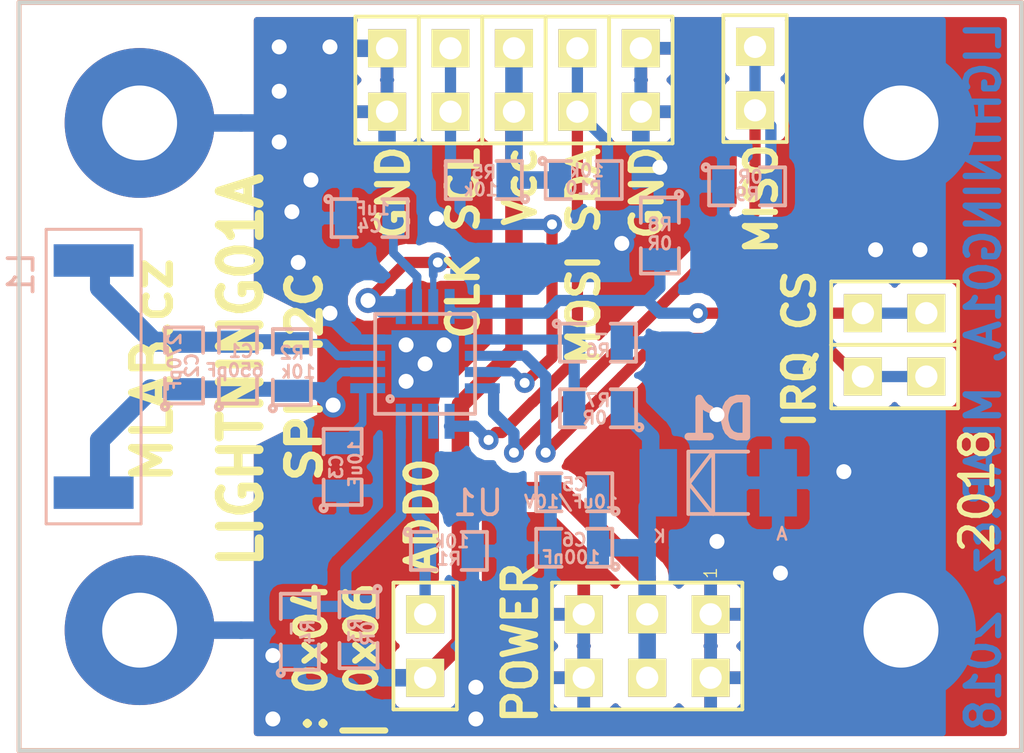
<source format=kicad_pcb>
(kicad_pcb (version 20211014) (generator pcbnew)
  (title_block (title "LIGHTNING01A") (date "2018-03-01") (rev "01A") (company "Mlab www.mlab.cz, romandvorak@mlab.cz") (comment 1 "Lightning detector"))
  (layers (0 "F.Cu" signal) (31 "B.Cu" signal) (34 "B.Paste" user) (36 "B.SilkS" user "B.Silkscreen") (37 "F.SilkS" user "F.Silkscreen") (38 "B.Mask" user) (39 "F.Mask" user) (44 "Edge.Cuts" user))
  (net 0 "")
  (net 1 "GND")
  (net 2 "VCC")
  (net 3 "/ACG")
  (net 4 "/SCL")
  (net 5 "/SI")
  (net 6 "/CS")
  (net 7 "/MISO")
  (net 8 "/IRQ")
  (net 9 "/SDA_MOSI")
  (net 10 "/ADR1")
  (net 11 "/IN+")
  (net 12 "/ADR0")
  (net 13 "Net-(C4-Pad2)")
  (footprint "Mlab_Mechanical:MountingHole_3mm" (layer "F.Cu") (at 172.466 112.776)
    (fp_text reference "M3" hide)
    (fp_text value "HOLE" hide)
    (pad "1" thru_hole circle locked (at 0 0) (size 6 6) (drill 3) (layers *.Cu *.Adhes *.Mask) (net 1 "GND") (clearance 1))
  )
  (footprint "Mlab_Mechanical:MountingHole_3mm" (layer "F.Cu") (at 141.986 92.456)
    (fp_text reference "M1" hide)
    (fp_text value "HOLE" hide)
    (pad "1" thru_hole circle locked (at 0 0) (size 6 6) (drill 3) (layers *.Cu *.Adhes *.Mask) (net 1 "GND") (clearance 1))
  )
  (footprint "Mlab_Mechanical:MountingHole_3mm" (layer "F.Cu") (at 141.986 112.776)
    (fp_text reference "M2" hide)
    (fp_text value "HOLE" hide)
    (pad "1" thru_hole circle locked (at 0 0) (size 6 6) (drill 3) (layers *.Cu *.Adhes *.Mask) (net 1 "GND") (clearance 1))
  )
  (footprint "Mlab_Mechanical:MountingHole_3mm" (layer "F.Cu") (at 172.466 92.456)
    (fp_text reference "M4" hide)
    (fp_text value "HOLE" hide)
    (pad "1" thru_hole circle locked (at 0 0) (size 6 6) (drill 3) (layers *.Cu *.Adhes *.Mask) (net 1 "GND") (clearance 1))
  )
  (footprint "Mlab_Pin_Headers:Straight_2x01" (layer "F.Cu") (at 153.416 113.411 -90)
    (fp_text reference "J1" hide)
    (fp_text value "JUMP2_2x1" hide)
    (pad "1" thru_hole rect locked (at -1.27 0 270) (size 1.524 1.524) (drill 0.889) (layers *.Cu *.Mask "F.SilkS") (net 12 "/ADR0"))
    (pad "2" thru_hole rect locked (at 1.27 0 270) (size 1.524 1.524) (drill 0.889) (layers *.Cu *.Mask "F.SilkS") (net 2 "VCC"))
  )
  (footprint "Mlab_Pin_Headers:Straight_2x01" (layer "F.Cu") (at 166.624 90.678 -90)
    (fp_text reference "J3" hide)
    (fp_text value "JUMP_2x1" hide)
    (pad "1" thru_hole rect locked (at -1.27 0 270) (size 1.524 1.524) (drill 0.889) (layers *.Cu *.Mask "F.SilkS") (net 7 "/MISO"))
    (pad "2" thru_hole rect locked (at 1.27 0 270) (size 1.524 1.524) (drill 0.889) (layers *.Cu *.Mask "F.SilkS") (net 7 "/MISO"))
  )
  (footprint "Mlab_Pin_Headers:Straight_2x01" (layer "F.Cu") (at 159.512 90.734673 -90)
    (fp_text reference "J4" hide)
    (fp_text value "JUMP_2x1" hide)
    (pad "1" thru_hole rect locked (at -1.27 0 270) (size 1.524 1.524) (drill 0.889) (layers *.Cu *.Mask "F.SilkS") (net 9 "/SDA_MOSI"))
    (pad "2" thru_hole rect locked (at 1.27 0 270) (size 1.524 1.524) (drill 0.889) (layers *.Cu *.Mask "F.SilkS") (net 9 "/SDA_MOSI"))
  )
  (footprint "Mlab_Pin_Headers:Straight_2x01" (layer "F.Cu") (at 154.432 90.734673 -90)
    (fp_text reference "J5" hide)
    (fp_text value "JUMP_2x1" hide)
    (pad "1" thru_hole rect locked (at -1.27 0 270) (size 1.524 1.524) (drill 0.889) (layers *.Cu *.Mask "F.SilkS") (net 4 "/SCL"))
    (pad "2" thru_hole rect locked (at 1.27 0 270) (size 1.524 1.524) (drill 0.889) (layers *.Cu *.Mask "F.SilkS") (net 4 "/SCL"))
  )
  (footprint "Mlab_Pin_Headers:Straight_2x01" (layer "F.Cu") (at 172.212 102.616)
    (fp_text reference "J6" hide)
    (fp_text value "JUMP_2x1" hide)
    (pad "1" thru_hole rect locked (at -1.27 0) (size 1.524 1.524) (drill 0.889) (layers *.Cu *.Mask "F.SilkS") (net 8 "/IRQ"))
    (pad "2" thru_hole rect locked (at 1.27 0) (size 1.524 1.524) (drill 0.889) (layers *.Cu *.Mask "F.SilkS") (net 8 "/IRQ"))
  )
  (footprint "Mlab_Pin_Headers:Straight_2x03" (layer "F.Cu") (at 162.306 113.411 -90)
    (fp_text reference "J10" hide)
    (fp_text value "JUMP_3X2" hide)
    (fp_text user "1" (at -2.921 -2.54 -90) (layer "F.SilkS") (effects (font (size 0.5 0.5) (thickness 0.05))))
    (pad "1" thru_hole rect locked (at -1.27 -2.54 270) (size 1.524 1.524) (drill 0.889) (layers *.Cu *.Mask "F.SilkS") (net 1 "GND"))
    (pad "2" thru_hole rect locked (at 1.27 -2.54 270) (size 1.524 1.524) (drill 0.889) (layers *.Cu *.Mask "F.SilkS") (net 1 "GND"))
    (pad "3" thru_hole rect locked (at -1.27 0 270) (size 1.524 1.524) (drill 0.889) (layers *.Cu *.Mask "F.SilkS") (net 2 "VCC"))
    (pad "4" thru_hole rect locked (at 1.27 0 270) (size 1.524 1.524) (drill 0.889) (layers *.Cu *.Mask "F.SilkS") (net 2 "VCC"))
    (pad "5" thru_hole rect locked (at -1.27 2.54 270) (size 1.524 1.524) (drill 0.889) (layers *.Cu *.Mask "F.SilkS") (net 1 "GND"))
    (pad "6" thru_hole rect locked (at 1.27 2.54 270) (size 1.524 1.524) (drill 0.889) (layers *.Cu *.Mask "F.SilkS") (net 1 "GND"))
  )
  (footprint "Mlab_Pin_Headers:Straight_2x01" (layer "F.Cu") (at 162.052 90.734673 90)
    (fp_text reference "J8" hide)
    (fp_text value "JUMP_2x1" hide)
    (pad "1" thru_hole rect locked (at -1.27 0 90) (size 1.524 1.524) (drill 0.889) (layers *.Cu *.Mask "F.SilkS") (net 1 "GND"))
    (pad "2" thru_hole rect locked (at 1.27 0 90) (size 1.524 1.524) (drill 0.889) (layers *.Cu *.Mask "F.SilkS") (net 1 "GND"))
  )
  (footprint "Mlab_Pin_Headers:Straight_2x01" (layer "F.Cu") (at 156.972 90.734673 90)
    (fp_text reference "J7" hide)
    (fp_text value "JUMP_2x1" hide)
    (pad "1" thru_hole rect locked (at -1.27 0 90) (size 1.524 1.524) (drill 0.889) (layers *.Cu *.Mask "F.SilkS") (net 2 "VCC"))
    (pad "2" thru_hole rect locked (at 1.27 0 90) (size 1.524 1.524) (drill 0.889) (layers *.Cu *.Mask "F.SilkS") (net 2 "VCC"))
  )
  (footprint "Mlab_Pin_Headers:Straight_2x01" (layer "F.Cu") (at 151.892 90.734673 90)
    (fp_text reference "J9" hide)
    (fp_text value "JUMP_2x1" hide)
    (pad "1" thru_hole rect locked (at -1.27 0 90) (size 1.524 1.524) (drill 0.889) (layers *.Cu *.Mask "F.SilkS") (net 1 "GND"))
    (pad "2" thru_hole rect locked (at 1.27 0 90) (size 1.524 1.524) (drill 0.889) (layers *.Cu *.Mask "F.SilkS") (net 1 "GND"))
  )
  (footprint "Mlab_Pin_Headers:Straight_2x01" (layer "F.Cu") (at 172.212 100.076)
    (fp_text reference "J2" hide)
    (fp_text value "JUMP_2x1" hide)
    (pad "1" thru_hole rect locked (at -1.27 0) (size 1.524 1.524) (drill 0.889) (layers *.Cu *.Mask "F.SilkS") (net 6 "/CS"))
    (pad "2" thru_hole rect locked (at 1.27 0) (size 1.524 1.524) (drill 0.889) (layers *.Cu *.Mask "F.SilkS") (net 6 "/CS"))
  )
  (footprint "Mlab_R:SMD-0805" (layer "B.Cu") (at 148.082 102.235 90)
    (fp_text reference "R2" (at 0.5715 0 180) (layer "B.SilkS") (effects (font (size 0.50038 0.50038) (thickness 0.10922)) (justify mirror)))
    (fp_text value "10k" (at -0.1905 0.254 -180) (layer "B.SilkS") (effects (font (size 0.50038 0.50038) (thickness 0.10922)) (justify mirror)))
    (pad "1" smd rect locked (at -0.9525 0 90) (size 0.889 1.397) (layers "B.Cu" "B.Paste" "B.Mask") (net 1 "GND"))
    (pad "2" smd rect locked (at 0.9525 0 90) (size 0.889 1.397) (layers "B.Cu" "B.Paste" "B.Mask") (net 11 "/IN+"))
  )
  (footprint "Mlab_R:SMD-0805" (layer "B.Cu") (at 150.114 106.2355 90)
    (fp_text reference "C3" (at 0 -0.254 90) (layer "B.SilkS") (effects (font (size 0.50038 0.50038) (thickness 0.10922)) (justify mirror)))
    (fp_text value "10uF" (at 0.127 0.508 90) (layer "B.SilkS") (effects (font (size 0.50038 0.50038) (thickness 0.10922)) (justify mirror)))
    (pad "1" smd rect locked (at -0.9525 0 90) (size 0.889 1.397) (layers "B.Cu" "B.Paste" "B.Mask") (net 1 "GND"))
    (pad "2" smd rect locked (at 0.9525 0 90) (size 0.889 1.397) (layers "B.Cu" "B.Paste" "B.Mask") (net 3 "/ACG"))
  )
  (footprint "Mlab_R:SMD-0805" (layer "B.Cu") (at 159.385 109.474 180)
    (fp_text reference "C6" (at 0 0.3175 180) (layer "B.SilkS") (effects (font (size 0.50038 0.50038) (thickness 0.10922)) (justify mirror)))
    (fp_text value "100nF" (at 0.127 -0.381 180) (layer "B.SilkS") (effects (font (size 0.50038 0.50038) (thickness 0.10922)) (justify mirror)))
    (pad "1" smd rect locked (at -0.9525 0 180) (size 0.889 1.397) (layers "B.Cu" "B.Paste" "B.Mask") (net 2 "VCC"))
    (pad "2" smd rect locked (at 0.9525 0 180) (size 0.889 1.397) (layers "B.Cu" "B.Paste" "B.Mask") (net 1 "GND"))
  )
  (footprint "Mlab_R:SMD-0805" (layer "B.Cu") (at 166.3065 94.996)
    (fp_text reference "R9" (at 0 0.3175) (layer "B.SilkS") (effects (font (size 0.50038 0.50038) (thickness 0.10922)) (justify mirror)))
    (fp_text value "0R" (at 0.127 -0.381) (layer "B.SilkS") (effects (font (size 0.50038 0.50038) (thickness 0.10922)) (justify mirror)))
    (pad "1" smd rect locked (at -0.9525 0) (size 0.889 1.397) (layers "B.Cu" "B.Paste" "B.Mask") (net 1 "GND"))
    (pad "2" smd rect locked (at 0.9525 0) (size 0.889 1.397) (layers "B.Cu" "B.Paste" "B.Mask") (net 7 "/MISO"))
  )
  (footprint "Mlab_R:SMD-0805" (layer "B.Cu") (at 159.766 94.742)
    (fp_text reference "R10" (at 0 0.3175) (layer "B.SilkS") (effects (font (size 0.50038 0.50038) (thickness 0.10922)) (justify mirror)))
    (fp_text value "10k" (at 0.127 -0.381) (layer "B.SilkS") (effects (font (size 0.50038 0.50038) (thickness 0.10922)) (justify mirror)))
    (pad "1" smd rect locked (at -0.9525 0) (size 0.889 1.397) (layers "B.Cu" "B.Paste" "B.Mask") (net 2 "VCC"))
    (pad "2" smd rect locked (at 0.9525 0) (size 0.889 1.397) (layers "B.Cu" "B.Paste" "B.Mask") (net 9 "/SDA_MOSI"))
  )
  (footprint "Mlab_L:Coilcraft_MA5532-AE_RFID" (layer "B.Cu") (at 140.1445 102.616 -90)
    (fp_text reference "L1" (at -4.1 2.9 -90) (layer "B.SilkS") (effects (justify mirror)))
    (fp_text value "MA55532-AE")
    (pad "1" smd rect locked (at -4.65 0 270) (size 1.3 3.2) (layers "B.Cu" "B.Paste" "B.Mask") (net 11 "/IN+"))
    (pad "2" smd rect locked (at 4.65 0 270) (size 1.3 3.2) (layers "B.Cu" "B.Paste" "B.Mask") (net 1 "GND"))
  )
  (footprint "Mlab_R:SMD-0805" (layer "B.Cu") (at 145.923 102.1715 90)
    (fp_text reference "C1" (at 0.5715 0.127 -180) (layer "B.SilkS") (effects (font (size 0.50038 0.50038) (thickness 0.10922)) (justify mirror)))
    (fp_text value "650pF" (at -0.1905 -0.127 180) (layer "B.SilkS") (effects (font (size 0.50038 0.50038) (thickness 0.10922)) (justify mirror)))
    (pad "1" smd rect locked (at -0.9525 0 90) (size 0.889 1.397) (layers "B.Cu" "B.Paste" "B.Mask") (net 1 "GND"))
    (pad "2" smd rect locked (at 0.9525 0 90) (size 0.889 1.397) (layers "B.Cu" "B.Paste" "B.Mask") (net 11 "/IN+"))
  )
  (footprint "Mlab_R:SMD-0805" (layer "B.Cu") (at 143.764 102.1715 90)
    (fp_text reference "C2" (at 0 0.3175 90) (layer "B.SilkS") (effects (font (size 0.50038 0.50038) (thickness 0.10922)) (justify mirror)))
    (fp_text value "270pF" (at 0.127 -0.381 90) (layer "B.SilkS") (effects (font (size 0.50038 0.50038) (thickness 0.10922)) (justify mirror)))
    (pad "1" smd rect locked (at -0.9525 0 90) (size 0.889 1.397) (layers "B.Cu" "B.Paste" "B.Mask") (net 1 "GND"))
    (pad "2" smd rect locked (at 0.9525 0 90) (size 0.889 1.397) (layers "B.Cu" "B.Paste" "B.Mask") (net 11 "/IN+"))
  )
  (footprint "Mlab_R:SMD-0805" (layer "B.Cu") (at 159.385 107.2515 180)
    (fp_text reference "C5" (at 0 0.3175 180) (layer "B.SilkS") (effects (font (size 0.50038 0.50038) (thickness 0.10922)) (justify mirror)))
    (fp_text value "10uF/10V" (at 0.127 -0.381 180) (layer "B.SilkS") (effects (font (size 0.50038 0.50038) (thickness 0.10922)) (justify mirror)))
    (pad "1" smd rect locked (at -0.9525 0 180) (size 0.889 1.397) (layers "B.Cu" "B.Paste" "B.Mask") (net 2 "VCC"))
    (pad "2" smd rect locked (at 0.9525 0 180) (size 0.889 1.397) (layers "B.Cu" "B.Paste" "B.Mask") (net 1 "GND"))
  )
  (footprint "Mlab_D:Diode-MELF_Standard" (layer "B.Cu") (at 165.1508 106.8705 180)
    (fp_text reference "D1" (at 0 2.54 180) (layer "B.SilkS") (effects (font (size 1.524 1.524) (thickness 0.3048)) (justify mirror)))
    (fp_text value "M4" hide)
    (fp_text user "K" (at 2.3495 -2.14884 180) (layer "B.SilkS") (effects (font (size 0.50038 0.50038) (thickness 0.09906)) (justify mirror)))
    (fp_text user "A" (at -2.55016 -2.04978 180) (layer "B.SilkS") (effects (font (size 0.50038 0.50038) (thickness 0.09906)) (justify mirror)))
    (pad "1" smd rect locked (at 2.4003 0 180) (size 1.50114 2.70002) (layers "B.Cu" "B.Paste" "B.Mask") (net 2 "VCC"))
    (pad "2" smd rect locked (at -2.4003 0 180) (size 1.50114 2.70002) (layers "B.Cu" "B.Paste" "B.Mask") (net 1 "GND"))
  )
  (footprint "Mlab_R:SMD-0805" (layer "B.Cu") (at 148.3995 112.8395 90)
    (fp_text reference "R4" (at 0 0.3175 90) (layer "B.SilkS") (effects (font (size 0.50038 0.50038) (thickness 0.10922)) (justify mirror)))
    (fp_text value "-" (at 0.127 -0.381 90) (layer "B.SilkS") (effects (font (size 0.50038 0.50038) (thickness 0.10922)) (justify mirror)))
    (pad "1" smd rect locked (at -0.9525 0 90) (size 0.889 1.397) (layers "B.Cu" "B.Paste" "B.Mask") (net 1 "GND"))
    (pad "2" smd rect locked (at 0.9525 0 90) (size 0.889 1.397) (layers "B.Cu" "B.Paste" "B.Mask") (net 10 "/ADR1"))
  )
  (footprint "Mlab_R:SMD-0805" (layer "B.Cu") (at 155.7655 94.742 180)
    (fp_text reference "R5" (at 0 0.3175 180) (layer "B.SilkS") (effects (font (size 0.50038 0.50038) (thickness 0.10922)) (justify mirror)))
    (fp_text value "10k" (at 0.127 -0.381 180) (layer "B.SilkS") (effects (font (size 0.50038 0.50038) (thickness 0.10922)) (justify mirror)))
    (pad "1" smd rect locked (at -0.9525 0 180) (size 0.889 1.397) (layers "B.Cu" "B.Paste" "B.Mask") (net 2 "VCC"))
    (pad "2" smd rect locked (at 0.9525 0 180) (size 0.889 1.397) (layers "B.Cu" "B.Paste" "B.Mask") (net 4 "/SCL"))
  )
  (footprint "Mlab_R:SMD-0805" (layer "B.Cu") (at 160.3375 101.257217)
    (fp_text reference "R6" (at 0 0.3175) (layer "B.SilkS") (effects (font (size 0.50038 0.50038) (thickness 0.10922)) (justify mirror)))
    (fp_text value "-" (at 0.127 -0.381) (layer "B.SilkS") (effects (font (size 0.50038 0.50038) (thickness 0.10922)) (justify mirror)))
    (pad "1" smd rect locked (at -0.9525 0) (size 0.889 1.397) (layers "B.Cu" "B.Paste" "B.Mask") (net 5 "/SI"))
    (pad "2" smd rect locked (at 0.9525 0) (size 0.889 1.397) (layers "B.Cu" "B.Paste" "B.Mask") (net 1 "GND"))
  )
  (footprint "Mlab_R:SMD-0805" (layer "B.Cu") (at 160.3375 103.886 180)
    (fp_text reference "R7" (at 0 0.3175 180) (layer "B.SilkS") (effects (font (size 0.50038 0.50038) (thickness 0.10922)) (justify mirror)))
    (fp_text value "0R" (at 0.127 -0.381 180) (layer "B.SilkS") (effects (font (size 0.50038 0.50038) (thickness 0.10922)) (justify mirror)))
    (pad "1" smd rect locked (at -0.9525 0 180) (size 0.889 1.397) (layers "B.Cu" "B.Paste" "B.Mask") (net 2 "VCC"))
    (pad "2" smd rect locked (at 0.9525 0 180) (size 0.889 1.397) (layers "B.Cu" "B.Paste" "B.Mask") (net 5 "/SI"))
  )
  (footprint "Mlab_R:SMD-0805" (layer "B.Cu") (at 150.749 112.776 -90)
    (fp_text reference "R3" (at 0 0.127 -90) (layer "B.SilkS") (effects (font (size 0.50038 0.50038) (thickness 0.10922)) (justify mirror)))
    (fp_text value "0R" (at 0.127 -0.381 -90) (layer "B.SilkS") (effects (font (size 0.50038 0.50038) (thickness 0.10922)) (justify mirror)))
    (pad "1" smd rect locked (at -0.9525 0 270) (size 0.889 1.397) (layers "B.Cu" "B.Paste" "B.Mask") (net 10 "/ADR1"))
    (pad "2" smd rect locked (at 0.9525 0 270) (size 0.889 1.397) (layers "B.Cu" "B.Paste" "B.Mask") (net 2 "VCC"))
  )
  (footprint "Mlab_R:SMD-0805" (layer "B.Cu") (at 154.3685 109.601)
    (fp_text reference "R1" (at 0 0.3175) (layer "B.SilkS") (effects (font (size 0.50038 0.50038) (thickness 0.10922)) (justify mirror)))
    (fp_text value "10k" (at 0.127 -0.381) (layer "B.SilkS") (effects (font (size 0.50038 0.50038) (thickness 0.10922)) (justify mirror)))
    (pad "1" smd rect locked (at -0.9525 0) (size 0.889 1.397) (layers "B.Cu" "B.Paste" "B.Mask") (net 12 "/ADR0"))
    (pad "2" smd rect locked (at 0.9525 0) (size 0.889 1.397) (layers "B.Cu" "B.Paste" "B.Mask") (net 1 "GND"))
  )
  (footprint "Mlab_R:SMD-0805" (layer "B.Cu") (at 162.814 96.9645 -90)
    (fp_text reference "R8" (at -0.4445 0) (layer "B.SilkS") (effects (font (size 0.50038 0.50038) (thickness 0.10922)) (justify mirror)))
    (fp_text value "0R" (at 0.3175 0) (layer "B.SilkS") (effects (font (size 0.50038 0.50038) (thickness 0.10922)) (justify mirror)))
    (pad "1" smd rect locked (at -0.9525 0 270) (size 0.889 1.397) (layers "B.Cu" "B.Paste" "B.Mask") (net 1 "GND"))
    (pad "2" smd rect locked (at 0.9525 0 270) (size 0.889 1.397) (layers "B.Cu" "B.Paste" "B.Mask") (net 6 "/CS"))
  )
  (footprint "Mlab_IO:MLPQ-16" (layer "B.Cu") (at 153.416 102.108)
    (fp_text reference "U1" (at 2.12 5.57) (layer "B.SilkS") (effects (justify mirror)))
    (fp_text value "AS3935")
    (pad "1" smd rect locked (at -2.75 0.975) (size 1.4 0.4) (drill (offset 0.45 0)) (layers "B.Cu" "B.Paste" "B.Mask") (net 3 "/ACG") (clearance 0.1))
    (pad "2" smd rect locked (at -2.75 0.325) (size 1.4 0.4) (drill (offset 0.45 0)) (layers "B.Cu" "B.Paste" "B.Mask") (net 1 "GND") (clearance 0.1))
    (pad "3" smd rect locked (at -2.75 -0.325) (size 1.4 0.4) (drill (offset 0.45 0)) (layers "B.Cu" "B.Paste" "B.Mask") (net 11 "/IN+") (clearance 0.1))
    (pad "4" smd rect locked (at -2.75 -0.98) (size 1.4 0.4) (drill (offset 0.45 0)) (layers "B.Cu" "B.Paste" "B.Mask") (net 1 "GND") (clearance 0.1))
    (pad "5" smd rect locked (at -0.975 -2.746 270) (size 1.4 0.4) (drill (offset 0.45 0)) (layers "B.Cu" "B.Paste" "B.Mask") (net 2 "VCC") (clearance 0.1))
    (pad "6" smd rect locked (at -0.325 -2.746 270) (size 1.4 0.4) (drill (offset 0.45 0)) (layers "B.Cu" "B.Paste" "B.Mask") (net 13 "Net-(C4-Pad2)") (clearance 0.1))
    (pad "7" smd rect locked (at 0.325 -2.746 270) (size 1.4 0.4) (drill (offset 0.45 0)) (layers "B.Cu" "B.Paste" "B.Mask") (net 2 "VCC") (clearance 0.1))
    (pad "8" smd rect locked (at 0.98 -2.75 270) (size 1.4 0.4) (drill (offset 0.45 0)) (layers "B.Cu" "B.Paste" "B.Mask") (net 6 "/CS") (clearance 0.1))
    (pad "9" smd rect locked (at 2.74 -0.98 180) (size 1.4 0.4) (drill (offset 0.45 0)) (layers "B.Cu" "B.Paste" "B.Mask") (net 5 "/SI") (clearance 0.1))
    (pad "10" smd rect locked (at 2.74 -0.325 180) (size 1.4 0.4) (drill (offset 0.45 0)) (layers "B.Cu" "B.Paste" "B.Mask") (net 8 "/IRQ") (clearance 0.1))
    (pad "11" smd rect locked (at 2.74 0.325 180) (size 1.4 0.4) (drill (offset 0.45 0)) (layers "B.Cu" "B.Paste" "B.Mask") (net 4 "/SCL") (clearance 0.1))
    (pad "12" smd rect locked (at 2.74 0.98 180) (size 1.4 0.4) (drill (offset 0.45 0)) (layers "B.Cu" "B.Paste" "B.Mask") (net 7 "/MISO") (clearance 0.1))
    (pad "13" smd rect locked (at 0.98 2.75 90) (size 1.4 0.4) (drill (offset 0.45 0)) (layers "B.Cu" "B.Paste" "B.Mask") (net 9 "/SDA_MOSI") (clearance 0.1))
    (pad "14" smd rect locked (at 0.325 2.746 90) (size 1.4 0.4) (drill (offset 0.45 0)) (layers "B.Cu" "B.Paste" "B.Mask") (clearance 0.1))
    (pad "15" smd rect locked (at -0.325 2.746 90) (size 1.4 0.4) (drill (offset 0.45 0)) (layers "B.Cu" "B.Paste" "B.Mask") (net 12 "/ADR0") (clearance 0.1))
    (pad "16" smd rect locked (at -0.975 2.746 90) (size 1.4 0.4) (drill (offset 0.45 0)) (layers "B.Cu" "B.Paste" "B.Mask") (net 10 "/ADR1") (clearance 0.1))
    (pad "17" smd rect locked (at 0 0) (size 2.7 2.7) (layers "B.Cu" "B.Paste" "B.Mask") (net 1 "GND") (clearance 0.1))
  )
  (footprint "Mlab_R:SMD-0805" (layer "B.Cu") (at 151.1935 96.266)
    (fp_text reference "C4" (at 0 0.3175) (layer "B.SilkS") (effects (font (size 0.50038 0.50038) (thickness 0.10922)) (justify mirror)))
    (fp_text value "1uF" (at 0.127 -0.381 -180) (layer "B.SilkS") (effects (font (size 0.50038 0.50038) (thickness 0.10922)) (justify mirror)))
    (pad "1" smd rect locked (at -0.9525 0) (size 0.889 1.397) (layers "B.Cu" "B.Paste" "B.Mask") (net 1 "GND"))
    (pad "2" smd rect locked (at 0.9525 0) (size 0.889 1.397) (layers "B.Cu" "B.Paste" "B.Mask") (net 13 "Net-(C4-Pad2)"))
  )
  (gr_line (start 177.292 117.602) (end 137.16 117.602) (layer "B.SilkS") (width 0.2))
  (gr_line (start 137.16 117.602) (end 137.16 87.63) (layer "B.SilkS") (width 0.2))
  (gr_line (start 137.16 87.63) (end 177.292 87.63) (layer "B.SilkS") (width 0.2))
  (gr_line (start 177.292 87.63) (end 177.292 117.602) (layer "B.SilkS") (width 0.2))
  (gr_line (start 177.292 117.602) (end 137.16 117.602) (layer "F.SilkS") (width 0.2))
  (gr_line (start 137.16 87.63) (end 177.292 87.63) (layer "F.SilkS") (width 0.2))
  (gr_line (start 137.16 117.602) (end 137.16 87.63) (layer "F.SilkS") (width 0.2))
  (gr_line (start 177.292 87.63) (end 177.292 117.602) (layer "F.SilkS") (width 0.2))
  (gr_line (start 177.292 117.602) (end 177.292 87.63) (layer "Edge.Cuts") (width 0.15))
  (gr_line (start 137.16 87.63) (end 137.16 117.602) (layer "Edge.Cuts") (width 0.15))
  (gr_line (start 177.292 87.63) (end 137.16 87.63) (layer "Edge.Cuts") (width 0.15))
  (gr_line (start 137.16 117.602) (end 177.292 117.602) (layer "Edge.Cuts") (width 0.15))
  (gr_text "LIGHTNING01A, MLAB.cz, 2018" (at 175.768 102.616 90) (layer "B.Cu") (effects (font (size 1.3 1.25) (thickness 0.25)) (justify mirror)))
  (gr_text "GND" (at 162.306 95.25 90) (layer "F.SilkS") (effects (font (size 1.2 1.2) (thickness 0.25))))
  (gr_text "CLK SCL" (at 154.94 97.282 90) (layer "F.SilkS") (effects (font (size 1.2 1.2) (thickness 0.25))))
  (gr_text "| 0x06" (at 150.876 110.744 90) (layer "F.SilkS") (effects (font (size 1.2 1.2) (thickness 0.25)) (justify right)))
  (gr_text "MOSI SDA" (at 159.766 97.79 90) (layer "F.SilkS") (effects (font (size 1.2 1.2) (thickness 0.25))))
  (gr_text "POWER" (at 157.226 113.284 90) (layer "F.SilkS") (effects (font (size 1.3 1.25) (thickness 0.25))))
  (gr_text "Vcc" (at 157.226 94.996 90) (layer "F.SilkS") (effects (font (size 1.2 1.2) (thickness 0.25))))
  (gr_text "CS" (at 168.402 99.568 90) (layer "F.SilkS") (effects (font (size 1.2 1.2) (thickness 0.25))))
  (gr_text "MLAB.cz" (at 142.494 102.362 90) (layer "F.SilkS") (effects (font (size 1.5 1.5) (thickness 0.3))))
  (gr_text "GND" (at 152.146 95.25 90) (layer "F.SilkS") (effects (font (size 1.2 1.2) (thickness 0.25))))
  (gr_text "LIGHTNING01A" (at 146.05 102.362 90) (layer "F.SilkS") (effects (font (size 1.6 1.5) (thickness 0.35))))
  (gr_text "ADD0" (at 153.289 108.204 90) (layer "F.SilkS") (effects (font (size 1.2 1.2) (thickness 0.25))))
  (gr_text ": 0x04" (at 148.844 110.744 90) (layer "F.SilkS") (effects (font (size 1.2 1.2) (thickness 0.25)) (justify right)))
  (gr_text "MISO" (at 166.878 95.504 90) (layer "F.SilkS") (effects (font (size 1.2 1.2) (thickness 0.25))))
  (gr_text "IRQ" (at 168.402 103.124 90) (layer "F.SilkS") (effects (font (size 1.2 1.2) (thickness 0.25))))
  (gr_text "2018" (at 175.514 107.188 90) (layer "F.SilkS") (effects (font (size 1.3 1.3) (thickness 0.2))))
  (gr_text "SPI  I2C" (at 148.59 102.616 90) (layer "F.SilkS") (effects (font (size 1.3 1.3) (thickness 0.3))))
  (segment (start 148.082 96.012) (end 148.082 97.79) (width 0.7) (layer "F.Cu") (net 1))
  (segment (start 152.654 102.8065) (end 152.654 108.458) (width 0.7) (layer "F.Cu") (net 1))
  (segment (start 149.606 89.408) (end 147.574 89.408) (width 0.7) (layer "F.Cu") (net 1))
  (segment (start 152.654 108.458) (end 147.32 113.792) (width 0.7) (layer "F.Cu") (net 1))
  (segment (start 147.574 93.218) (end 147.574 93.472) (width 0.7) (layer "F.Cu") (net 1))
  (segment (start 162.052 92.004673) (end 162.052 96.52) (width 0.7) (layer "F.Cu") (net 1))
  (segment (start 172.466 92.456) (end 169.466001 95.455999) (width 0.7) (layer "F.Cu") (net 1))
  (segment (start 169.466001 95.455999) (end 169.466001 95.552001) (width 0.7) (layer "F.Cu") (net 1))
  (segment (start 147.32 116.332) (end 155.448 116.332) (width 0.7) (layer "F.Cu") (net 1))
  (segment (start 147.574 91.186) (end 147.574 93.218) (width 0.7) (layer "F.Cu") (net 1))
  (segment (start 172.466 108.53336) (end 170.35864 106.426) (width 0.7) (layer "F.Cu") (net 1))
  (segment (start 170.35864 106.426) (end 170.18 106.426) (width 0.7) (layer "F.Cu") (net 1))
  (segment (start 172.466 112.776) (end 172.466 108.53336) (width 0.7) (layer "F.Cu") (net 1))
  (segment (start 148.082 97.79) (end 148.336 98.044) (width 0.7) (layer "F.Cu") (net 1))
  (segment (start 162.052 96.52) (end 161.29 97.282) (width 0.7) (layer "F.Cu") (net 1))
  (segment (start 166.37 110.49) (end 165.1 109.22) (width 0.7) (layer "F.Cu") (net 1))
  (segment (start 169.466001 95.552001) (end 171.45 97.536) (width 0.7) (layer "F.Cu") (net 1))
  (segment (start 147.574 93.472) (end 148.844 94.742) (width 0.7) (layer "F.Cu") (net 1))
  (segment (start 153.416 102.108) (end 152.654 101.346) (width 0.7) (layer "F.Cu") (net 1))
  (segment (start 153.416 102.108) (end 153.416 101.854) (width 0.7) (layer "F.Cu") (net 1))
  (segment (start 167.64 110.49) (end 166.37 110.49) (width 0.7) (layer "F.Cu") (net 1))
  (via (at 147.32 116.332) (size 1) (drill 0.6) (layers "F.Cu" "B.Cu") (net 1))
  (via (at 155.448 116.332) (size 1) (drill 0.6) (layers "F.Cu" "B.Cu") (net 1))
  (via (at 147.32 113.792) (size 1) (drill 0.6) (layers "F.Cu" "B.Cu") (net 1))
  (via (at 161.29 97.282) (size 1) (drill 0.6) (layers "F.Cu" "B.Cu") (net 1))
  (via (at 154.178 101.346) (size 0.8) (drill 0.6) (layers "F.Cu" "B.Cu") (net 1))
  (via (at 148.082 96.012) (size 1) (drill 0.6) (layers "F.Cu" "B.Cu") (net 1))
  (via (at 149.606 100.076) (size 1) (drill 0.6) (layers "F.Cu" "B.Cu") (net 1))
  (via (at 170.18 106.426) (size 1) (drill 0.6) (layers "F.Cu" "B.Cu") (net 1))
  (via (at 171.45 97.536) (size 1) (drill 0.6) (layers "F.Cu" "B.Cu") (net 1))
  (via (at 173.228 97.536) (size 1) (drill 0.6) (layers "F.Cu" "B.Cu") (net 1))
  (via (at 165.1 104.14) (size 1) (drill 0.6) (layers "F.Cu" "B.Cu") (net 1))
  (via (at 147.574 93.218) (size 1) (drill 0.6) (layers "F.Cu" "B.Cu") (net 1))
  (via (at 153.868773 96.289327) (size 1) (drill 0.6) (layers "F.Cu" "B.Cu") (net 1))
  (via (at 155.448 115.062) (size 1) (drill 0.6) (layers "F.Cu" "B.Cu") (net 1))
  (via (at 147.574 89.408) (size 1) (drill 0.6) (layers "F.Cu" "B.Cu") (net 1))
  (via (at 153.416 102.108) (size 0.8) (drill 0.6) (layers "F.Cu" "B.Cu") (net 1))
  (via (at 162.814 94.234) (size 1) (drill 0.6) (layers "F.Cu" "B.Cu") (net 1))
  (via (at 167.64 110.49) (size 1) (drill 0.6) (layers "F.Cu" "B.Cu") (net 1))
  (via (at 149.733 103.759) (size 1) (drill 0.6) (layers "F.Cu" "B.Cu") (net 1))
  (via (at 148.336 98.044) (size 1) (drill 0.6) (layers "F.Cu" "B.Cu") (net 1))
  (via (at 147.574 91.186) (size 1) (drill 0.6) (layers "F.Cu" "B.Cu") (net 1))
  (via (at 149.606 89.408) (size 1) (drill 0.6) (layers "F.Cu" "B.Cu") (net 1))
  (via (at 148.844 94.742) (size 1) (drill 0.6) (layers "F.Cu" "B.Cu") (net 1))
  (via (at 152.654 101.346) (size 0.8) (drill 0.6) (layers "F.Cu" "B.Cu") (net 1))
  (via (at 165.1 109.22) (size 1) (drill 0.6) (layers "F.Cu" "B.Cu") (net 1))
  (via (at 152.654 102.8065) (size 0.8) (drill 0.6) (layers "F.Cu" "B.Cu") (net 1))
  (segment (start 149.2885 103.1875) (end 149.430501 103.1875) (width 0.35) (layer "B.Cu") (net 1))
  (segment (start 146.05 92.456) (end 147.066 92.456) (width 0.7) (layer "B.Cu") (net 1))
  (segment (start 152.441 101.133) (end 153.416 102.108) (width 0.25) (layer "B.Cu") (net 1))
  (segment (start 150.46299 100.93299) (end 150.666 100.93299) (width 0.4) (layer "B.Cu") (net 1))
  (segment (start 145.923 103.124) (end 143.764 103.124) (width 0.7) (layer "B.Cu") (net 1))
  (segment (start 140.3985 105.156) (end 140.3985 107.266) (width 0.8) (layer "B.Cu") (net 1))
  (segment (start 149.430501 103.1875) (end 148.082 103.1875) (width 0.35) (layer "B.Cu") (net 1))
  (segment (start 149.733 102.743) (end 149.2885 103.1875) (width 0.35) (layer "B.Cu") (net 1))
  (segment (start 155.448 116.332) (end 155.448 115.062) (width 0.7) (layer "B.Cu") (net 1))
  (segment (start 149.606 100.076) (end 150.46299 100.93299) (width 0.7) (layer "B.Cu") (net 1))
  (segment (start 141.986 92.456) (end 146.05 92.456) (width 0.7) (layer "B.Cu") (net 1))
  (segment (start 170.18 106.426) (end 170.18 107.95) (width 0.7) (layer "B.Cu") (net 1))
  (segment (start 151.892 92.004673) (end 151.892 93.466673) (width 0.7) (layer "B.Cu") (net 1))
  (segment (start 147.574 89.408) (end 147.574 91.186) (width 0.7) (layer "B.Cu") (net 1))
  (segment (start 149.662673 89.464673) (end 149.606 89.408) (width 0.7) (layer "B.Cu") (net 1))
  (segment (start 149.1615 103.1875) (end 149.733 103.759) (width 0.7) (layer "B.Cu") (net 1))
  (segment (start 149.733 102.743) (end 149.733 103.759) (width 0.3) (layer "B.Cu") (net 1))
  (segment (start 143.764 103.124) (end 142.4305 103.124) (width 0.7) (layer "B.Cu") (net 1))
  (segment (start 162.052 93.472) (end 162.814 94.234) (width 0.7) (layer "B.Cu") (net 1))
  (segment (start 150.916 101.133) (end 152.441 101.133) (width 0.4) (layer "B.Cu") (net 1))
  (segment (start 165.1 109.22) (end 165.1 104.14) (width 0.7) (layer "B.Cu") (net 1))
  (segment (start 153.416 94.990673) (end 153.416 95.981998) (width 0.7) (layer "B.Cu") (net 1))
  (segment (start 148.082 103.1875) (end 149.1615 103.1875) (width 0.7) (layer "B.Cu") (net 1))
  (segment (start 150.043 102.433) (end 149.733 102.743) (width 0.35) (layer "B.Cu") (net 1))
  (segment (start 170.18 107.95) (end 167.64 110.49) (width 0.7) (layer "B.Cu") (net 1))
  (segment (start 151.892 93.466673) (end 153.416 94.990673) (width 0.7) (layer "B.Cu") (net 1))
  (segment (start 146.05 112.776) (end 146.812 112.776) (width 0.7) (layer "B.Cu") (net 1))
  (segment (start 142.4305 103.124) (end 140.3985 105.156) (width 0.8) (layer "B.Cu") (net 1))
  (segment (start 171.45 97.536) (end 173.228 97.536) (width 0.7) (layer "B.Cu") (net 1))
  (segment (start 149.733 103.759) (end 149.430501 103.456501) (width 0.7) (layer "B.Cu") (net 1))
  (segment (start 149.430501 103.456501) (end 149.430501 103.1875) (width 0.7) (layer "B.Cu") (net 1))
  (segment (start 153.416 95.981998) (end 153.723329 96.289327) (width 0.7) (layer "B.Cu") (net 1))
  (segment (start 153.723329 96.289327) (end 153.868773 96.289327) (width 0.7) (layer "B.Cu") (net 1))
  (segment (start 148.844 94.742) (end 148.844 95.25) (width 0.7) (layer "B.Cu") (net 1))
  (segment (start 148.082 103.1875) (end 149.2885 103.1875) (width 0.7) (layer "B.Cu") (net 1))
  (segment (start 147.32 113.792) (end 147.32 116.332) (width 0.7) (layer "B.Cu") (net 1))
  (segment (start 162.052 92.004673) (end 162.052 93.472) (width 0.7) (layer "B.Cu") (net 1))
  (segment (start 151.892 89.464673) (end 149.662673 89.464673) (width 0.7) (layer "B.Cu") (net 1))
  (segment (start 150.666 102.433) (end 150.043 102.433) (width 0.35) (layer "B.Cu") (net 1))
  (segment (start 141.986 112.776) (end 146.05 112.776) (width 0.7) (layer "B.Cu") (net 1))
  (segment (start 147.828 103.124) (end 145.415 103.124) (width 0.6) (layer "B.Cu") (net 1))
  (segment (start 148.844 95.25) (end 148.082 96.012) (width 0.7) (layer "B.Cu") (net 1))
  (segment (start 162.306 112.141) (end 162.306 110.679) (width 0.7) (layer "F.Cu") (net 2))
  (segment (start 153.924 98.044) (end 153.67 98.044) (width 0.45) (layer "F.Cu") (net 2))
  (segment (start 154.828001 107.188) (end 154.828001 113.268999) (width 0.7) (layer "F.Cu") (net 2))
  (segment (start 156.972 98.044) (end 156.972 92.004673) (width 0.7) (layer "F.Cu") (net 2))
  (segment (start 154.828001 103.743999) (end 156.972 101.6) (width 0.7) (layer "F.Cu") (net 2))
  (segment (start 153.67 98.044) (end 152.654 98.044) (width 0.45) (layer "F.Cu") (net 2))
  (segment (start 152.654 98.044) (end 151.13 99.568) (width 0.45) (layer "F.Cu") (net 2))
  (segment (start 158.815 107.188) (end 154.828001 107.188) (width 0.7) (layer "F.Cu") (net 2))
  (segment (start 156.972 99.314) (end 156.972 98.044) (width 0.7) (layer "F.Cu") (net 2))
  (segment (start 154.828001 107.188) (end 154.828001 103.743999) (width 0.7) (layer "F.Cu") (net 2))
  (segment (start 162.306 110.679) (end 158.815 107.188) (width 0.7) (layer "F.Cu") (net 2))
  (segment (start 156.972 101.6) (end 156.972 99.314) (width 0.7) (layer "F.Cu") (net 2))
  (segment (start 154.828001 113.268999) (end 153.416 114.681) (width 0.7) (layer "F.Cu") (net 2))
  (segment (start 156.972 98.044) (end 153.924 98.044) (width 0.45) (layer "F.Cu") (net 2))
  (via (at 151.13 99.568) (size 1) (drill 0.6) (layers "F.Cu" "B.Cu") (net 2))
  (via (at 153.924 98.044) (size 0.8) (drill 0.4) (layers "F.Cu" "B.Cu") (net 2))
  (segment (start 151.429999 99.867999) (end 151.592001 99.867999) (width 0.35) (layer "B.Cu") (net 2))
  (segment (start 162.306 107.8357) (end 162.4457 107.696) (width 0.7) (layer "B.Cu") (net 2))
  (segment (start 153.924 98.115) (end 153.741 98.298) (width 0.35) (layer "B.Cu") (net 2))
  (segment (start 152.146 99.657) (end 152.415999 99.387001) (width 0.35) (layer "B.Cu") (net 2))
  (segment (start 153.416 114.681) (end 151.7015 114.681) (width 0.7) (layer "B.Cu") (net 2))
  (segment (start 160.3375 109.474) (end 160.3375 107.2515) (width 0.7) (layer "B.Cu") (net 2))
  (segment (start 158.8135 94.742) (end 156.718 94.742) (width 0.7) (layer "B.Cu") (net 2))
  (segment (start 151.443501 99.867999) (end 151.4895 99.822) (width 0.3) (layer "B.Cu") (net 2))
  (segment (start 162.4457 105.0417) (end 161.29 103.886) (width 0.7) (layer "B.Cu") (net 2))
  (segment (start 153.741 98.227) (end 153.924 98.044) (width 0.35) (layer "B.Cu") (net 2))
  (segment (start 153.741 99.362) (end 153.741 98.552) (width 0.25) (layer "B.Cu") (net 2))
  (segment (start 162.306 114.681) (end 162.306 112.141) (width 0.7) (layer "B.Cu") (net 2))
  (segment (start 151.13 99.568) (end 151.638 100.076) (width 0.35) (layer "B.Cu") (net 2))
  (segment (start 153.924 98.044) (end 153.924 98.115) (width 0.35) (layer "B.Cu") (net 2))
  (segment (start 151.638 99.822) (end 151.4895 99.822) (width 0.35) (layer "B.Cu") (net 2))
  (segment (start 162.306 112.141) (end 162.306 109.474) (width 0.7) (layer "B.Cu") (net 2))
  (segment (start 160.3375 109.474) (end 161.482 109.474) (width 0.7) (layer "B.Cu") (net 2))
  (segment (start 151.429999 99.867999) (end 151.443501 99.867999) (width 0.3) (layer "B.Cu") (net 2))
  (segment (start 153.741 98.552) (end 153.741 98.227) (width 0.35) (layer "B.Cu") (net 2))
  (segment (start 151.592001 99.867999) (end 151.638 99.822) (width 0.35) (layer "B.Cu") (net 2))
  (segment (start 151.13 99.568) (end 151.429999 99.867999) (width 0.35) (layer "B.Cu") (net 2))
  (segment (start 152.146 100.076) (end 152.146 99.657) (width 0.35) (layer "B.Cu") (net 2))
  (segment (start 156.972 92.004673) (end 156.972 94.488) (width 0.7) (layer "B.Cu") (net 2))
  (segment (start 162.4457 107.696) (end 162.4457 105.0417) (width 0.7) (layer "B.Cu") (net 2))
  (segment (start 153.741 98.298) (end 153.741 98.227) (width 0.25) (layer "B.Cu") (net 2))
  (segment (start 162.306 109.474) (end 162.306 107.8357) (width 0.7) (layer "B.Cu") (net 2))
  (segment (start 152.209999 99.568) (end 152.415999 99.362) (width 0.35) (layer "B.Cu") (net 2))
  (segment (start 151.7015 114.681) (end 150.749 113.7285) (width 0.7) (layer "B.Cu") (net 2))
  (segment (start 151.638 99.822) (end 152.3365 99.822) (width 0.35) (layer "B.Cu") (net 2))
  (segment (start 153.741 98.552) (end 153.741 98.298) (width 0.25) (layer "B.Cu") (net 2))
  (segment (start 152.415999 99.387001) (end 152.415999 99.362) (width 0.35) (layer "B.Cu") (net 2))
  (segment (start 156.972 89.464673) (end 156.972 92.004673) (width 0.7) (layer "B.Cu") (net 2))
  (segment (start 151.638 100.076) (end 152.146 100.076) (width 0.35) (layer "B.Cu") (net 2))
  (segment (start 161.482 109.474) (end 162.306 109.474) (width 0.7) (layer "B.Cu") (net 2))
  (segment (start 151.13 99.568) (end 152.209999 99.568) (width 0.35) (layer "B.Cu") (net 2))
  (segment (start 150.916 103.083) (end 150.916 104.481) (width 0.3) (layer "B.Cu") (net 3))
  (segment (start 150.916 104.481) (end 150.114 105.283) (width 0.3) (layer "B.Cu") (net 3))
  (segment (start 157.399984 102.87) (end 158.496 101.854) (width 0.45) (layer "F.Cu") (net 4))
  (segment (start 158.496 96.52) (end 158.496 101.854) (width 0.45) (layer "F.Cu") (net 4))
  (via (at 158.496 96.52) (size 0.8) (drill 0.4) (layers "F.Cu" "B.Cu") (net 4))
  (via (at 157.399984 102.87) (size 0.8) (drill 0.4) (layers "F.Cu" "B.Cu") (net 4))
  (segment (start 155.4425 96.52) (end 158.496 96.52) (width 0.45) (layer "B.Cu") (net 4))
  (segment (start 154.813 95.8905) (end 155.4425 96.52) (width 0.45) (layer "B.Cu") (net 4))
  (segment (start 154.432 89.464673) (end 154.432 92.004673) (width 0.45) (layer "B.Cu") (net 4))
  (segment (start 156.962984 102.433) (end 157.399984 102.87) (width 0.35) (layer "B.Cu") (net 4))
  (segment (start 156.156 102.433) (end 156.962984 102.433) (width 0.35) (layer "B.Cu") (net 4))
  (segment (start 154.813 94.742) (end 154.813 95.8905) (width 0.45) (layer "B.Cu") (net 4))
  (segment (start 155.916 102.433) (end 156.109542 102.433) (width 0.4) (layer "B.Cu") (net 4))
  (segment (start 154.432 94.361) (end 154.813 94.742) (width 0.45) (layer "B.Cu") (net 4))
  (segment (start 154.432 92.004673) (end 154.432 94.361) (width 0.45) (layer "B.Cu") (net 4))
  (segment (start 159.176501 101.257217) (end 159.052284 101.133) (width 0.45) (layer "B.Cu") (net 5))
  (segment (start 159.385 101.257217) (end 159.385 103.886) (width 0.45) (layer "B.Cu") (net 5))
  (segment (start 159.052284 101.133) (end 155.916 101.133) (width 0.4) (layer "B.Cu") (net 5))
  (segment (start 164.338 100.076) (end 170.942 100.076) (width 0.45) (layer "F.Cu") (net 6))
  (via (at 164.338 100.076) (size 0.8) (drill 0.4) (layers "F.Cu" "B.Cu") (net 6))
  (segment (start 154.391 99.781) (end 154.686 100.076) (width 0.25) (layer "B.Cu") (net 6))
  (segment (start 162.306 99.568) (end 158.75 99.568) (width 0.45) (layer "B.Cu") (net 6))
  (segment (start 158.75 99.568) (end 158.242 100.076) (width 0.45) (layer "B.Cu") (net 6))
  (segment (start 164.338 100.076) (end 162.814 100.076) (width 0.45) (layer "B.Cu") (net 6))
  (segment (start 162.814 97.917) (end 162.814 99.06) (width 0.45) (layer "B.Cu") (net 6))
  (segment (start 154.391 99.612) (end 154.391 99.781) (width 0.25) (layer "B.Cu") (net 6))
  (segment (start 162.814 100.076) (end 162.306 99.568) (width 0.45) (layer "B.Cu") (net 6))
  (segment (start 158.242 100.076) (end 154.686 100.076) (width 0.45) (layer "B.Cu") (net 6))
  (segment (start 173.482 100.076) (end 170.942 100.076) (width 0.45) (layer "B.Cu") (net 6))
  (segment (start 162.814 99.06) (end 162.306 99.568) (width 0.45) (layer "B.Cu") (net 6))
  (segment (start 166.624 91.948) (end 166.624 96.012) (width 0.45) (layer "F.Cu") (net 7))
  (segment (start 166.624 96.012) (end 156.972 105.664) (width 0.45) (layer "F.Cu") (net 7))
  (via (at 156.972 105.664) (size 0.8) (drill 0.4) (layers "F.Cu" "B.Cu") (net 7))
  (segment (start 156.156 104.069002) (end 156.972 104.885002) (width 0.45) (layer "B.Cu") (net 7))
  (segment (start 156.156 103.088) (end 156.156 104.069002) (width 0.45) (layer "B.Cu") (net 7))
  (segment (start 167.259 92.583) (end 166.624 91.948) (width 0.45) (layer "B.Cu") (net 7))
  (segment (start 166.624 91.948) (end 166.624 89.408) (width 0.45) (layer "B.Cu") (net 7))
  (segment (start 167.259 94.996) (end 167.259 92.583) (width 0.45) (layer "B.Cu") (net 7))
  (segment (start 156.972 104.885002) (end 156.972 105.664) (width 0.45) (layer "B.Cu") (net 7))
  (segment (start 162.814 101.092) (end 161.29 102.616) (width 0.45) (layer "F.Cu") (net 8))
  (segment (start 161.29 102.616) (end 158.242 105.664) (width 0.45) (layer "F.Cu") (net 8))
  (segment (start 170.688 102.616) (end 169.164 101.092) (width 0.45) (layer "F.Cu") (net 8))
  (segment (start 169.164 101.092) (end 162.814 101.092) (width 0.45) (layer "F.Cu") (net 8))
  (segment (start 170.942 102.616) (end 170.688 102.616) (width 0.45) (layer "F.Cu") (net 8))
  (via (at 158.242 105.664) (size 0.8) (drill 0.4) (layers "F.Cu" "B.Cu") (net 8))
  (segment (start 158.242 103.716916) (end 158.242 105.664) (width 0.45) (layer "B.Cu") (net 8))
  (segment (start 156.156 101.783) (end 157.409 101.783) (width 0.4) (layer "B.Cu") (net 8))
  (segment (start 157.409 101.783) (end 158.242 102.616) (width 0.45) (layer "B.Cu") (net 8))
  (segment (start 158.242 102.616) (end 158.242 103.716916) (width 0.45) (layer "B.Cu") (net 8))
  (segment (start 173.482 102.616) (end 170.942 102.616) (width 0.45) (layer "B.Cu") (net 8))
  (segment (start 157.734 103.632) (end 159.512 101.854) (width 0.45) (layer "F.Cu") (net 9))
  (segment (start 156.493001 104.856001) (end 157.717002 103.632) (width 0.45) (layer "F.Cu") (net 9))
  (segment (start 155.956 105.156) (end 156.255999 104.856001) (width 0.45) (layer "F.Cu") (net 9))
  (segment (start 159.512 101.854) (end 159.512 92.004673) (width 0.45) (layer "F.Cu") (net 9))
  (segment (start 156.255999 104.856001) (end 156.493001 104.856001) (width 0.45) (layer "F.Cu") (net 9))
  (segment (start 157.717002 103.632) (end 157.734 103.632) (width 0.45) (layer "F.Cu") (net 9))
  (via (at 155.956 105.156) (size 0.8) (drill 0.4) (layers "F.Cu" "B.Cu") (net 9))
  (segment (start 160.7185 93.211173) (end 159.512 92.004673) (width 0.45) (layer "B.Cu") (net 9))
  (segment (start 155.404 104.604) (end 155.956 105.156) (width 0.45) (layer "B.Cu") (net 9))
  (segment (start 154.391 104.604) (end 155.404 104.604) (width 0.45) (layer "B.Cu") (net 9))
  (segment (start 160.7185 94.742) (end 160.7185 93.211173) (width 0.45) (layer "B.Cu") (net 9))
  (segment (start 159.512 89.464673) (end 159.512 92.004673) (width 0.45) (layer "B.Cu") (net 9))
  (segment (start 150.241 110.363) (end 150.241 111.8235) (width 0.45) (layer "B.Cu") (net 10))
  (segment (start 152.441 104.604) (end 152.441 108.163) (width 0.4) (layer "B.Cu") (net 10))
  (segment (start 152.441 108.163) (end 150.241 110.363) (width 0.45) (layer "B.Cu") (net 10))
  (segment (start 150.749 111.8235) (end 148.463 111.8235) (width 0.45) (layer "B.Cu") (net 10))
  (segment (start 148.463 111.8235) (end 148.3995 111.887) (width 0.45) (layer "B.Cu") (net 10))
  (segment (start 149.916 101.783) (end 149.4155 101.2825) (width 0.35) (layer "B.Cu") (net 11))
  (segment (start 142.5515 101.219) (end 140.3985 99.066) (width 0.8) (layer "B.Cu") (net 11))
  (segment (start 143.764 101.219) (end 144.907 101.219) (width 0.45) (layer "B.Cu") (net 11))
  (segment (start 140.3985 99.066) (end 140.3985 97.966) (width 0.8) (layer "B.Cu") (net 11))
  (segment (start 144.907 101.219) (end 142.5515 101.219) (width 0.8) (layer "B.Cu") (net 11))
  (segment (start 150.666 101.783) (end 149.916 101.783) (width 0.35) (layer "B.Cu") (net 11))
  (segment (start 147.828 101.219) (end 145.415 101.219) (width 0.6) (layer "B.Cu") (net 11))
  (segment (start 145.415 101.219) (end 144.907 101.219) (width 0.8) (layer "B.Cu") (net 11))
  (segment (start 149.4155 101.2825) (end 148.082 101.2825) (width 0.35) (layer "B.Cu") (net 11))
  (segment (start 153.091 108.1275) (end 153.416 108.4525) (width 0.45) (layer "B.Cu") (net 12))
  (segment (start 153.091 104.604) (end 153.091 108.1275) (width 0.4) (layer "B.Cu") (net 12))
  (segment (start 153.416 108.4525) (end 153.416 109.601) (width 0.45) (layer "B.Cu") (net 12))
  (segment (start 153.416 112.141) (end 153.416 109.601) (width 0.45) (layer "B.Cu") (net 12))
  (segment (start 152.146 97.3145) (end 152.146 96.266) (width 0.35) (layer "B.Cu") (net 13))
  (segment (start 153.091 98.612002) (end 152.146 97.667002) (width 0.35) (layer "B.Cu") (net 13))
  (segment (start 153.091 99.362) (end 153.091 98.612002) (width 0.35) (layer "B.Cu") (net 13))
  (segment (start 152.146 97.667002) (end 152.146 97.3145) (width 0.35) (layer "B.Cu") (net 13))
  (zone (net 1) (net_name "GND") (layer "F.Cu") (connect_pads (clearance 0.508)) (min_thickness 0.254) (fill yes (thermal_gap 0.508) (thermal_bridge_width 0.508))
    (polygon (pts (xy 137.16 87.63) (xy 177.292 87.63) (xy 177.292 117.602) (xy 137.16 117.602)))
  )
  (zone (net 0) (net_name "") (layers *.Cu) (connect_pads (clearance 0)) (min_thickness 0.254)
    (keepout (tracks allowed) (vias allowed) (pads allowed) (copperpour not_allowed) (footprints allowed))
    (fill (thermal_gap 0.508) (thermal_bridge_width 0.508))
    (polygon (pts (xy 137.16 87.63) (xy 137.16 117.602) (xy 146.558 117.602) (xy 146.558 105.41) (xy 149.098 104.14) (xy 149.098 100.33) (xy 146.558 99.06) (xy 146.558 87.63)))
  )
  (zone (net 1) (net_name "GND") (layer "B.Cu") (connect_pads (clearance 0.508)) (min_thickness 0.254) (fill yes (thermal_gap 0.508) (thermal_bridge_width 0.508))
    (polygon (pts (xy 137.16 87.63) (xy 177.292 87.63) (xy 177.292 117.602) (xy 137.16 117.602)))
  )
  (zone (net 0) (net_name "") (layer "B.Cu") (connect_pads (clearance 0)) (min_thickness 0.254)
    (keepout (tracks allowed) (vias allowed) (pads allowed) (copperpour not_allowed) (footprints allowed))
    (fill (thermal_gap 0.508) (thermal_bridge_width 0.508))
    (polygon (pts (xy 149.098 102.108) (xy 150.622 102.108) (xy 150.622 104.14) (xy 148.971 104.648)))
  )
)
</source>
